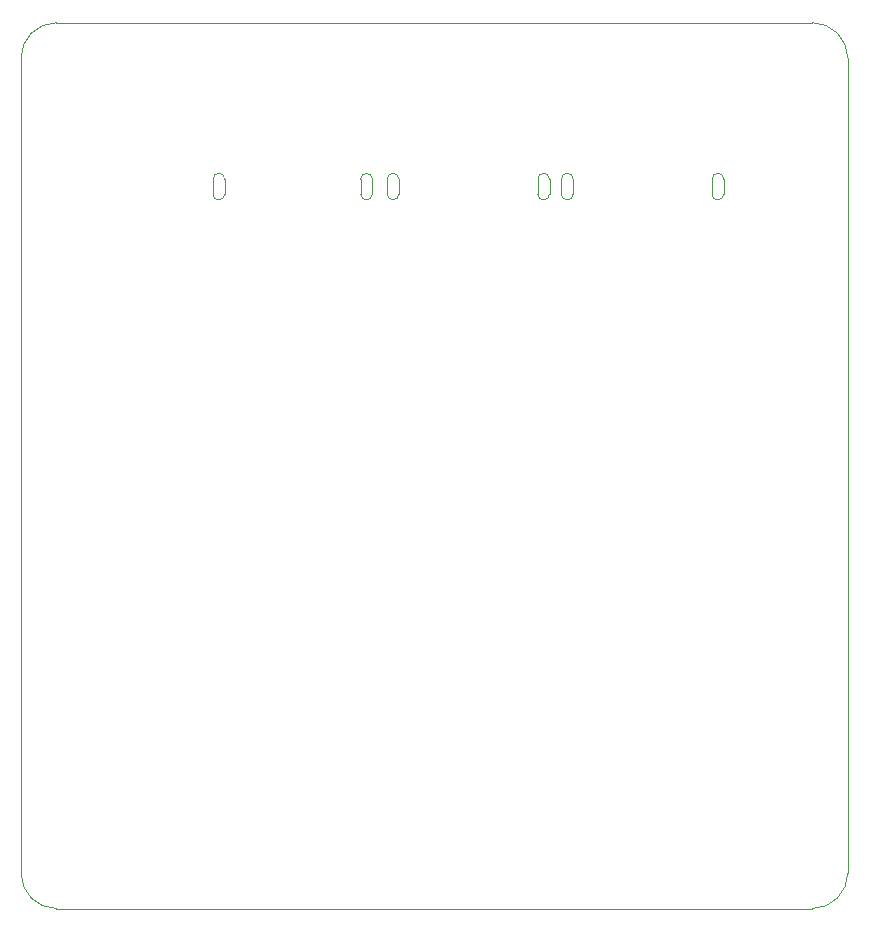
<source format=gbr>
G04 #@! TF.GenerationSoftware,KiCad,Pcbnew,(5.1.5)-3*
G04 #@! TF.CreationDate,2020-03-19T00:28:29+09:00*
G04 #@! TF.ProjectId,CAN_BLDCMD,43414e5f-424c-4444-934d-442e6b696361,rev?*
G04 #@! TF.SameCoordinates,Original*
G04 #@! TF.FileFunction,Profile,NP*
%FSLAX46Y46*%
G04 Gerber Fmt 4.6, Leading zero omitted, Abs format (unit mm)*
G04 Created by KiCad (PCBNEW (5.1.5)-3) date 2020-03-19 00:28:29*
%MOMM*%
%LPD*%
G04 APERTURE LIST*
%ADD10C,0.050000*%
G04 APERTURE END LIST*
D10*
X167000000Y-57000000D02*
X167000000Y-126000000D01*
X234000000Y-54000000D02*
X170000000Y-54000000D01*
X237000000Y-126000000D02*
X237000000Y-57000000D01*
X170000000Y-129000000D02*
X234000000Y-129000000D01*
X170000000Y-129000000D02*
G75*
G02X167000000Y-126000000I0J3000000D01*
G01*
X167000000Y-57000000D02*
G75*
G02X170000000Y-54000000I3000000J0D01*
G01*
X234000000Y-54000000D02*
G75*
G02X237000000Y-57000000I0J-3000000D01*
G01*
X237000000Y-126000000D02*
G75*
G02X234000000Y-129000000I-3000000J0D01*
G01*
X226500000Y-68500000D02*
G75*
G02X225500000Y-68500000I-500000J0D01*
G01*
X225500000Y-67250000D02*
G75*
G02X226500000Y-67250000I500000J0D01*
G01*
X225500000Y-68500000D02*
X225500000Y-67250000D01*
X226500000Y-67250000D02*
X226500000Y-68500000D01*
X212750000Y-68500000D02*
X212750000Y-67250000D01*
X213750000Y-68500000D02*
G75*
G02X212750000Y-68500000I-500000J0D01*
G01*
X213750000Y-67250000D02*
X213750000Y-68500000D01*
X212750000Y-67250000D02*
G75*
G02X213750000Y-67250000I500000J0D01*
G01*
X210750000Y-68500000D02*
X210750000Y-67250000D01*
X211750000Y-67250000D02*
X211750000Y-68500000D01*
X210750000Y-67250000D02*
G75*
G02X211750000Y-67250000I500000J0D01*
G01*
X211750000Y-68500000D02*
G75*
G02X210750000Y-68500000I-500000J0D01*
G01*
X198000000Y-67250000D02*
G75*
G02X199000000Y-67250000I500000J0D01*
G01*
X199000000Y-68500000D02*
G75*
G02X198000000Y-68500000I-500000J0D01*
G01*
X198000000Y-68500000D02*
X198000000Y-67250000D01*
X199000000Y-67250000D02*
X199000000Y-68500000D01*
X196750000Y-67250000D02*
X196750000Y-68500000D01*
X196750000Y-68500000D02*
G75*
G02X195750000Y-68500000I-500000J0D01*
G01*
X195750000Y-68500000D02*
X195750000Y-67250000D01*
X195750000Y-67250000D02*
G75*
G02X196750000Y-67250000I500000J0D01*
G01*
X183250000Y-68500000D02*
X183250000Y-67250000D01*
X184250000Y-67250000D02*
X184250000Y-68500000D01*
X183250000Y-67250000D02*
G75*
G02X184250000Y-67250000I500000J0D01*
G01*
X184250000Y-68500000D02*
G75*
G02X183250000Y-68500000I-500000J0D01*
G01*
M02*

</source>
